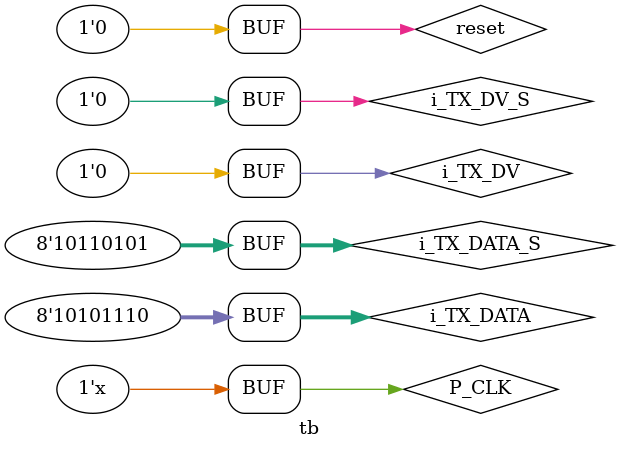
<source format=v>
`timescale 1ns / 1ps

module tb();
    reg P_CLK, reset; 
    
    wire o_MISO;
    wire o_TX_READY;
    wire[7:0] o_RX_DATA;
    reg[7:0] i_TX_DATA;
    reg i_TX_DV;
    wire o_RX_DV;
    
    reg[7:0] i_TX_DATA_S;
    wire[7:0] o_RX_DATA_S;
    reg i_TX_DV_S;
    wire o_TX_READY_S, o_RX_DV_S, o_SCLK;
    wire CS;
    wire o_MOSI;
    
    slave dut1(P_CLK, reset, o_SCLK, CS, o_MOSI, o_MISO, o_TX_READY, i_TX_DATA, i_TX_DV, o_RX_DV, o_RX_DATA);
    spi dut2(P_CLK, reset, i_TX_DATA_S, i_TX_DV_S, o_TX_READY_S, o_RX_DATA_S, o_RX_DV_S, o_SCLK, o_MOSI, o_MISO, CS);
    
    always #100 P_CLK = ~P_CLK;
    initial begin
        P_CLK = 1;
        reset = 1;
        i_TX_DATA = 8'hZ;
        i_TX_DV = 1'bZ;
        
        i_TX_DATA_S = 8'hz;
        i_TX_DV_S = 1'bz;
        
        #300 i_TX_DATA = 8'hae;
        reset = 0;
        i_TX_DV = 1'b1;
        #200 i_TX_DV = 1'b0;
        #200 i_TX_DV_S = 1'b1;
        i_TX_DATA_S = 8'hb5;
        #200 i_TX_DV_S = 1'b0;
    end
    
endmodule

</source>
